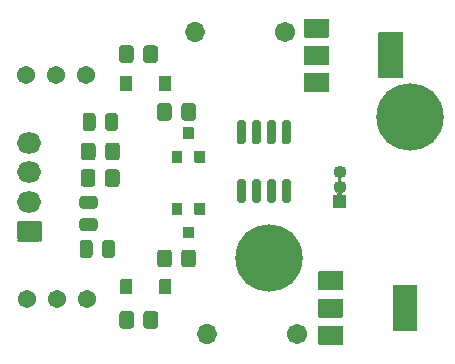
<source format=gbr>
%TF.GenerationSoftware,KiCad,Pcbnew,(5.1.7)-1*%
%TF.CreationDate,2021-02-26T19:53:25+00:00*%
%TF.ProjectId,Line-Generator-V2,4c696e65-2d47-4656-9e65-7261746f722d,rev?*%
%TF.SameCoordinates,Original*%
%TF.FileFunction,Soldermask,Top*%
%TF.FilePolarity,Negative*%
%FSLAX46Y46*%
G04 Gerber Fmt 4.6, Leading zero omitted, Abs format (unit mm)*
G04 Created by KiCad (PCBNEW (5.1.7)-1) date 2021-02-26 19:53:25*
%MOMM*%
%LPD*%
G01*
G04 APERTURE LIST*
%ADD10C,1.542000*%
%ADD11O,1.102000X1.102000*%
%ADD12O,2.052000X1.802000*%
%ADD13C,1.702000*%
%ADD14O,1.702000X1.702000*%
%ADD15C,5.702000*%
%ADD16C,0.100000*%
G04 APERTURE END LIST*
D10*
%TO.C,RV2*%
X69500000Y-60250000D03*
X72040000Y-60250000D03*
X74580000Y-60250000D03*
%TD*%
%TO.C,RV1*%
X74500000Y-41250000D03*
X71960000Y-41250000D03*
X69420000Y-41250000D03*
%TD*%
%TO.C,C1*%
G36*
G01*
X75250500Y-54501000D02*
X74249500Y-54501000D01*
G75*
G02*
X73974000Y-54225500I0J275500D01*
G01*
X73974000Y-53674500D01*
G75*
G02*
X74249500Y-53399000I275500J0D01*
G01*
X75250500Y-53399000D01*
G75*
G02*
X75526000Y-53674500I0J-275500D01*
G01*
X75526000Y-54225500D01*
G75*
G02*
X75250500Y-54501000I-275500J0D01*
G01*
G37*
G36*
G01*
X75250500Y-52601000D02*
X74249500Y-52601000D01*
G75*
G02*
X73974000Y-52325500I0J275500D01*
G01*
X73974000Y-51774500D01*
G75*
G02*
X74249500Y-51499000I275500J0D01*
G01*
X75250500Y-51499000D01*
G75*
G02*
X75526000Y-51774500I0J-275500D01*
G01*
X75526000Y-52325500D01*
G75*
G02*
X75250500Y-52601000I-275500J0D01*
G01*
G37*
%TD*%
%TO.C,C2*%
G36*
G01*
X76149000Y-45750500D02*
X76149000Y-44749500D01*
G75*
G02*
X76424500Y-44474000I275500J0D01*
G01*
X76975500Y-44474000D01*
G75*
G02*
X77251000Y-44749500I0J-275500D01*
G01*
X77251000Y-45750500D01*
G75*
G02*
X76975500Y-46026000I-275500J0D01*
G01*
X76424500Y-46026000D01*
G75*
G02*
X76149000Y-45750500I0J275500D01*
G01*
G37*
G36*
G01*
X74249000Y-45750500D02*
X74249000Y-44749500D01*
G75*
G02*
X74524500Y-44474000I275500J0D01*
G01*
X75075500Y-44474000D01*
G75*
G02*
X75351000Y-44749500I0J-275500D01*
G01*
X75351000Y-45750500D01*
G75*
G02*
X75075500Y-46026000I-275500J0D01*
G01*
X74524500Y-46026000D01*
G75*
G02*
X74249000Y-45750500I0J275500D01*
G01*
G37*
%TD*%
%TO.C,C3*%
G36*
G01*
X77001000Y-55499500D02*
X77001000Y-56500500D01*
G75*
G02*
X76725500Y-56776000I-275500J0D01*
G01*
X76174500Y-56776000D01*
G75*
G02*
X75899000Y-56500500I0J275500D01*
G01*
X75899000Y-55499500D01*
G75*
G02*
X76174500Y-55224000I275500J0D01*
G01*
X76725500Y-55224000D01*
G75*
G02*
X77001000Y-55499500I0J-275500D01*
G01*
G37*
G36*
G01*
X75101000Y-55499500D02*
X75101000Y-56500500D01*
G75*
G02*
X74825500Y-56776000I-275500J0D01*
G01*
X74274500Y-56776000D01*
G75*
G02*
X73999000Y-56500500I0J275500D01*
G01*
X73999000Y-55499500D01*
G75*
G02*
X74274500Y-55224000I275500J0D01*
G01*
X74825500Y-55224000D01*
G75*
G02*
X75101000Y-55499500I0J-275500D01*
G01*
G37*
%TD*%
%TO.C,D1*%
G36*
G01*
X77449000Y-42600000D02*
X77449000Y-41400000D01*
G75*
G02*
X77500000Y-41349000I51000J0D01*
G01*
X78400000Y-41349000D01*
G75*
G02*
X78451000Y-41400000I0J-51000D01*
G01*
X78451000Y-42600000D01*
G75*
G02*
X78400000Y-42651000I-51000J0D01*
G01*
X77500000Y-42651000D01*
G75*
G02*
X77449000Y-42600000I0J51000D01*
G01*
G37*
G36*
G01*
X80749000Y-42600000D02*
X80749000Y-41400000D01*
G75*
G02*
X80800000Y-41349000I51000J0D01*
G01*
X81700000Y-41349000D01*
G75*
G02*
X81751000Y-41400000I0J-51000D01*
G01*
X81751000Y-42600000D01*
G75*
G02*
X81700000Y-42651000I-51000J0D01*
G01*
X80800000Y-42651000D01*
G75*
G02*
X80749000Y-42600000I0J51000D01*
G01*
G37*
%TD*%
%TO.C,D2*%
G36*
G01*
X95449000Y-52500000D02*
X95449000Y-51500000D01*
G75*
G02*
X95500000Y-51449000I51000J0D01*
G01*
X96500000Y-51449000D01*
G75*
G02*
X96551000Y-51500000I0J-51000D01*
G01*
X96551000Y-52500000D01*
G75*
G02*
X96500000Y-52551000I-51000J0D01*
G01*
X95500000Y-52551000D01*
G75*
G02*
X95449000Y-52500000I0J51000D01*
G01*
G37*
D11*
X96000000Y-50730000D03*
X96000000Y-49460000D03*
%TD*%
%TO.C,D3*%
G36*
G01*
X80749000Y-59800000D02*
X80749000Y-58600000D01*
G75*
G02*
X80800000Y-58549000I51000J0D01*
G01*
X81700000Y-58549000D01*
G75*
G02*
X81751000Y-58600000I0J-51000D01*
G01*
X81751000Y-59800000D01*
G75*
G02*
X81700000Y-59851000I-51000J0D01*
G01*
X80800000Y-59851000D01*
G75*
G02*
X80749000Y-59800000I0J51000D01*
G01*
G37*
G36*
G01*
X77449000Y-59800000D02*
X77449000Y-58600000D01*
G75*
G02*
X77500000Y-58549000I51000J0D01*
G01*
X78400000Y-58549000D01*
G75*
G02*
X78451000Y-58600000I0J-51000D01*
G01*
X78451000Y-59800000D01*
G75*
G02*
X78400000Y-59851000I-51000J0D01*
G01*
X77500000Y-59851000D01*
G75*
G02*
X77449000Y-59800000I0J51000D01*
G01*
G37*
%TD*%
%TO.C,J1*%
G36*
G01*
X70511000Y-55401000D02*
X68989000Y-55401000D01*
G75*
G02*
X68724000Y-55136000I0J265000D01*
G01*
X68724000Y-53864000D01*
G75*
G02*
X68989000Y-53599000I265000J0D01*
G01*
X70511000Y-53599000D01*
G75*
G02*
X70776000Y-53864000I0J-265000D01*
G01*
X70776000Y-55136000D01*
G75*
G02*
X70511000Y-55401000I-265000J0D01*
G01*
G37*
D12*
X69750000Y-52000000D03*
X69750000Y-49500000D03*
X69750000Y-47000000D03*
%TD*%
%TO.C,Q1*%
G36*
G01*
X83600000Y-46701000D02*
X82800000Y-46701000D01*
G75*
G02*
X82749000Y-46650000I0J51000D01*
G01*
X82749000Y-45750000D01*
G75*
G02*
X82800000Y-45699000I51000J0D01*
G01*
X83600000Y-45699000D01*
G75*
G02*
X83651000Y-45750000I0J-51000D01*
G01*
X83651000Y-46650000D01*
G75*
G02*
X83600000Y-46701000I-51000J0D01*
G01*
G37*
G36*
G01*
X84550000Y-48701000D02*
X83750000Y-48701000D01*
G75*
G02*
X83699000Y-48650000I0J51000D01*
G01*
X83699000Y-47750000D01*
G75*
G02*
X83750000Y-47699000I51000J0D01*
G01*
X84550000Y-47699000D01*
G75*
G02*
X84601000Y-47750000I0J-51000D01*
G01*
X84601000Y-48650000D01*
G75*
G02*
X84550000Y-48701000I-51000J0D01*
G01*
G37*
G36*
G01*
X82650000Y-48701000D02*
X81850000Y-48701000D01*
G75*
G02*
X81799000Y-48650000I0J51000D01*
G01*
X81799000Y-47750000D01*
G75*
G02*
X81850000Y-47699000I51000J0D01*
G01*
X82650000Y-47699000D01*
G75*
G02*
X82701000Y-47750000I0J-51000D01*
G01*
X82701000Y-48650000D01*
G75*
G02*
X82650000Y-48701000I-51000J0D01*
G01*
G37*
%TD*%
%TO.C,Q2*%
G36*
G01*
X92999000Y-38050000D02*
X92999000Y-36550000D01*
G75*
G02*
X93050000Y-36499000I51000J0D01*
G01*
X95050000Y-36499000D01*
G75*
G02*
X95101000Y-36550000I0J-51000D01*
G01*
X95101000Y-38050000D01*
G75*
G02*
X95050000Y-38101000I-51000J0D01*
G01*
X93050000Y-38101000D01*
G75*
G02*
X92999000Y-38050000I0J51000D01*
G01*
G37*
G36*
G01*
X92999000Y-42650000D02*
X92999000Y-41150000D01*
G75*
G02*
X93050000Y-41099000I51000J0D01*
G01*
X95050000Y-41099000D01*
G75*
G02*
X95101000Y-41150000I0J-51000D01*
G01*
X95101000Y-42650000D01*
G75*
G02*
X95050000Y-42701000I-51000J0D01*
G01*
X93050000Y-42701000D01*
G75*
G02*
X92999000Y-42650000I0J51000D01*
G01*
G37*
G36*
G01*
X92999000Y-40350000D02*
X92999000Y-38850000D01*
G75*
G02*
X93050000Y-38799000I51000J0D01*
G01*
X95050000Y-38799000D01*
G75*
G02*
X95101000Y-38850000I0J-51000D01*
G01*
X95101000Y-40350000D01*
G75*
G02*
X95050000Y-40401000I-51000J0D01*
G01*
X93050000Y-40401000D01*
G75*
G02*
X92999000Y-40350000I0J51000D01*
G01*
G37*
G36*
G01*
X99299000Y-41500000D02*
X99299000Y-37700000D01*
G75*
G02*
X99350000Y-37649000I51000J0D01*
G01*
X101350000Y-37649000D01*
G75*
G02*
X101401000Y-37700000I0J-51000D01*
G01*
X101401000Y-41500000D01*
G75*
G02*
X101350000Y-41551000I-51000J0D01*
G01*
X99350000Y-41551000D01*
G75*
G02*
X99299000Y-41500000I0J51000D01*
G01*
G37*
%TD*%
%TO.C,Q3*%
G36*
G01*
X100499000Y-62900000D02*
X100499000Y-59100000D01*
G75*
G02*
X100550000Y-59049000I51000J0D01*
G01*
X102550000Y-59049000D01*
G75*
G02*
X102601000Y-59100000I0J-51000D01*
G01*
X102601000Y-62900000D01*
G75*
G02*
X102550000Y-62951000I-51000J0D01*
G01*
X100550000Y-62951000D01*
G75*
G02*
X100499000Y-62900000I0J51000D01*
G01*
G37*
G36*
G01*
X94199000Y-61750000D02*
X94199000Y-60250000D01*
G75*
G02*
X94250000Y-60199000I51000J0D01*
G01*
X96250000Y-60199000D01*
G75*
G02*
X96301000Y-60250000I0J-51000D01*
G01*
X96301000Y-61750000D01*
G75*
G02*
X96250000Y-61801000I-51000J0D01*
G01*
X94250000Y-61801000D01*
G75*
G02*
X94199000Y-61750000I0J51000D01*
G01*
G37*
G36*
G01*
X94199000Y-64050000D02*
X94199000Y-62550000D01*
G75*
G02*
X94250000Y-62499000I51000J0D01*
G01*
X96250000Y-62499000D01*
G75*
G02*
X96301000Y-62550000I0J-51000D01*
G01*
X96301000Y-64050000D01*
G75*
G02*
X96250000Y-64101000I-51000J0D01*
G01*
X94250000Y-64101000D01*
G75*
G02*
X94199000Y-64050000I0J51000D01*
G01*
G37*
G36*
G01*
X94199000Y-59450000D02*
X94199000Y-57950000D01*
G75*
G02*
X94250000Y-57899000I51000J0D01*
G01*
X96250000Y-57899000D01*
G75*
G02*
X96301000Y-57950000I0J-51000D01*
G01*
X96301000Y-59450000D01*
G75*
G02*
X96250000Y-59501000I-51000J0D01*
G01*
X94250000Y-59501000D01*
G75*
G02*
X94199000Y-59450000I0J51000D01*
G01*
G37*
%TD*%
%TO.C,Q4*%
G36*
G01*
X83750000Y-52099000D02*
X84550000Y-52099000D01*
G75*
G02*
X84601000Y-52150000I0J-51000D01*
G01*
X84601000Y-53050000D01*
G75*
G02*
X84550000Y-53101000I-51000J0D01*
G01*
X83750000Y-53101000D01*
G75*
G02*
X83699000Y-53050000I0J51000D01*
G01*
X83699000Y-52150000D01*
G75*
G02*
X83750000Y-52099000I51000J0D01*
G01*
G37*
G36*
G01*
X81850000Y-52099000D02*
X82650000Y-52099000D01*
G75*
G02*
X82701000Y-52150000I0J-51000D01*
G01*
X82701000Y-53050000D01*
G75*
G02*
X82650000Y-53101000I-51000J0D01*
G01*
X81850000Y-53101000D01*
G75*
G02*
X81799000Y-53050000I0J51000D01*
G01*
X81799000Y-52150000D01*
G75*
G02*
X81850000Y-52099000I51000J0D01*
G01*
G37*
G36*
G01*
X82800000Y-54099000D02*
X83600000Y-54099000D01*
G75*
G02*
X83651000Y-54150000I0J-51000D01*
G01*
X83651000Y-55050000D01*
G75*
G02*
X83600000Y-55101000I-51000J0D01*
G01*
X82800000Y-55101000D01*
G75*
G02*
X82749000Y-55050000I0J51000D01*
G01*
X82749000Y-54150000D01*
G75*
G02*
X82800000Y-54099000I51000J0D01*
G01*
G37*
%TD*%
%TO.C,R1*%
G36*
G01*
X77376000Y-49521172D02*
X77376000Y-50478828D01*
G75*
G02*
X77103828Y-50751000I-272172J0D01*
G01*
X76396172Y-50751000D01*
G75*
G02*
X76124000Y-50478828I0J272172D01*
G01*
X76124000Y-49521172D01*
G75*
G02*
X76396172Y-49249000I272172J0D01*
G01*
X77103828Y-49249000D01*
G75*
G02*
X77376000Y-49521172I0J-272172D01*
G01*
G37*
G36*
G01*
X75326000Y-49521172D02*
X75326000Y-50478828D01*
G75*
G02*
X75053828Y-50751000I-272172J0D01*
G01*
X74346172Y-50751000D01*
G75*
G02*
X74074000Y-50478828I0J272172D01*
G01*
X74074000Y-49521172D01*
G75*
G02*
X74346172Y-49249000I272172J0D01*
G01*
X75053828Y-49249000D01*
G75*
G02*
X75326000Y-49521172I0J-272172D01*
G01*
G37*
%TD*%
%TO.C,R2*%
G36*
G01*
X79374000Y-39978828D02*
X79374000Y-39021172D01*
G75*
G02*
X79646172Y-38749000I272172J0D01*
G01*
X80353828Y-38749000D01*
G75*
G02*
X80626000Y-39021172I0J-272172D01*
G01*
X80626000Y-39978828D01*
G75*
G02*
X80353828Y-40251000I-272172J0D01*
G01*
X79646172Y-40251000D01*
G75*
G02*
X79374000Y-39978828I0J272172D01*
G01*
G37*
G36*
G01*
X77324000Y-39978828D02*
X77324000Y-39021172D01*
G75*
G02*
X77596172Y-38749000I272172J0D01*
G01*
X78303828Y-38749000D01*
G75*
G02*
X78576000Y-39021172I0J-272172D01*
G01*
X78576000Y-39978828D01*
G75*
G02*
X78303828Y-40251000I-272172J0D01*
G01*
X77596172Y-40251000D01*
G75*
G02*
X77324000Y-39978828I0J272172D01*
G01*
G37*
%TD*%
%TO.C,R3*%
G36*
G01*
X82599000Y-44878828D02*
X82599000Y-43921172D01*
G75*
G02*
X82871172Y-43649000I272172J0D01*
G01*
X83578828Y-43649000D01*
G75*
G02*
X83851000Y-43921172I0J-272172D01*
G01*
X83851000Y-44878828D01*
G75*
G02*
X83578828Y-45151000I-272172J0D01*
G01*
X82871172Y-45151000D01*
G75*
G02*
X82599000Y-44878828I0J272172D01*
G01*
G37*
G36*
G01*
X80549000Y-44878828D02*
X80549000Y-43921172D01*
G75*
G02*
X80821172Y-43649000I272172J0D01*
G01*
X81528828Y-43649000D01*
G75*
G02*
X81801000Y-43921172I0J-272172D01*
G01*
X81801000Y-44878828D01*
G75*
G02*
X81528828Y-45151000I-272172J0D01*
G01*
X80821172Y-45151000D01*
G75*
G02*
X80549000Y-44878828I0J272172D01*
G01*
G37*
%TD*%
D13*
%TO.C,R4*%
X91400000Y-37600000D03*
D14*
X83780000Y-37600000D03*
%TD*%
%TO.C,R5*%
X84780000Y-63200000D03*
D13*
X92400000Y-63200000D03*
%TD*%
%TO.C,R6*%
G36*
G01*
X79399000Y-62478828D02*
X79399000Y-61521172D01*
G75*
G02*
X79671172Y-61249000I272172J0D01*
G01*
X80378828Y-61249000D01*
G75*
G02*
X80651000Y-61521172I0J-272172D01*
G01*
X80651000Y-62478828D01*
G75*
G02*
X80378828Y-62751000I-272172J0D01*
G01*
X79671172Y-62751000D01*
G75*
G02*
X79399000Y-62478828I0J272172D01*
G01*
G37*
G36*
G01*
X77349000Y-62478828D02*
X77349000Y-61521172D01*
G75*
G02*
X77621172Y-61249000I272172J0D01*
G01*
X78328828Y-61249000D01*
G75*
G02*
X78601000Y-61521172I0J-272172D01*
G01*
X78601000Y-62478828D01*
G75*
G02*
X78328828Y-62751000I-272172J0D01*
G01*
X77621172Y-62751000D01*
G75*
G02*
X77349000Y-62478828I0J272172D01*
G01*
G37*
%TD*%
%TO.C,R7*%
G36*
G01*
X80549000Y-57278828D02*
X80549000Y-56321172D01*
G75*
G02*
X80821172Y-56049000I272172J0D01*
G01*
X81528828Y-56049000D01*
G75*
G02*
X81801000Y-56321172I0J-272172D01*
G01*
X81801000Y-57278828D01*
G75*
G02*
X81528828Y-57551000I-272172J0D01*
G01*
X80821172Y-57551000D01*
G75*
G02*
X80549000Y-57278828I0J272172D01*
G01*
G37*
G36*
G01*
X82599000Y-57278828D02*
X82599000Y-56321172D01*
G75*
G02*
X82871172Y-56049000I272172J0D01*
G01*
X83578828Y-56049000D01*
G75*
G02*
X83851000Y-56321172I0J-272172D01*
G01*
X83851000Y-57278828D01*
G75*
G02*
X83578828Y-57551000I-272172J0D01*
G01*
X82871172Y-57551000D01*
G75*
G02*
X82599000Y-57278828I0J272172D01*
G01*
G37*
%TD*%
%TO.C,R8*%
G36*
G01*
X77401000Y-47271172D02*
X77401000Y-48228828D01*
G75*
G02*
X77128828Y-48501000I-272172J0D01*
G01*
X76421172Y-48501000D01*
G75*
G02*
X76149000Y-48228828I0J272172D01*
G01*
X76149000Y-47271172D01*
G75*
G02*
X76421172Y-46999000I272172J0D01*
G01*
X77128828Y-46999000D01*
G75*
G02*
X77401000Y-47271172I0J-272172D01*
G01*
G37*
G36*
G01*
X75351000Y-47271172D02*
X75351000Y-48228828D01*
G75*
G02*
X75078828Y-48501000I-272172J0D01*
G01*
X74371172Y-48501000D01*
G75*
G02*
X74099000Y-48228828I0J272172D01*
G01*
X74099000Y-47271172D01*
G75*
G02*
X74371172Y-46999000I272172J0D01*
G01*
X75078828Y-46999000D01*
G75*
G02*
X75351000Y-47271172I0J-272172D01*
G01*
G37*
%TD*%
%TO.C,U1*%
G36*
G01*
X91329500Y-45099000D02*
X91680500Y-45099000D01*
G75*
G02*
X91856000Y-45274500I0J-175500D01*
G01*
X91856000Y-46975500D01*
G75*
G02*
X91680500Y-47151000I-175500J0D01*
G01*
X91329500Y-47151000D01*
G75*
G02*
X91154000Y-46975500I0J175500D01*
G01*
X91154000Y-45274500D01*
G75*
G02*
X91329500Y-45099000I175500J0D01*
G01*
G37*
G36*
G01*
X90059500Y-45099000D02*
X90410500Y-45099000D01*
G75*
G02*
X90586000Y-45274500I0J-175500D01*
G01*
X90586000Y-46975500D01*
G75*
G02*
X90410500Y-47151000I-175500J0D01*
G01*
X90059500Y-47151000D01*
G75*
G02*
X89884000Y-46975500I0J175500D01*
G01*
X89884000Y-45274500D01*
G75*
G02*
X90059500Y-45099000I175500J0D01*
G01*
G37*
G36*
G01*
X88789500Y-45099000D02*
X89140500Y-45099000D01*
G75*
G02*
X89316000Y-45274500I0J-175500D01*
G01*
X89316000Y-46975500D01*
G75*
G02*
X89140500Y-47151000I-175500J0D01*
G01*
X88789500Y-47151000D01*
G75*
G02*
X88614000Y-46975500I0J175500D01*
G01*
X88614000Y-45274500D01*
G75*
G02*
X88789500Y-45099000I175500J0D01*
G01*
G37*
G36*
G01*
X87519500Y-45099000D02*
X87870500Y-45099000D01*
G75*
G02*
X88046000Y-45274500I0J-175500D01*
G01*
X88046000Y-46975500D01*
G75*
G02*
X87870500Y-47151000I-175500J0D01*
G01*
X87519500Y-47151000D01*
G75*
G02*
X87344000Y-46975500I0J175500D01*
G01*
X87344000Y-45274500D01*
G75*
G02*
X87519500Y-45099000I175500J0D01*
G01*
G37*
G36*
G01*
X87519500Y-50049000D02*
X87870500Y-50049000D01*
G75*
G02*
X88046000Y-50224500I0J-175500D01*
G01*
X88046000Y-51925500D01*
G75*
G02*
X87870500Y-52101000I-175500J0D01*
G01*
X87519500Y-52101000D01*
G75*
G02*
X87344000Y-51925500I0J175500D01*
G01*
X87344000Y-50224500D01*
G75*
G02*
X87519500Y-50049000I175500J0D01*
G01*
G37*
G36*
G01*
X88789500Y-50049000D02*
X89140500Y-50049000D01*
G75*
G02*
X89316000Y-50224500I0J-175500D01*
G01*
X89316000Y-51925500D01*
G75*
G02*
X89140500Y-52101000I-175500J0D01*
G01*
X88789500Y-52101000D01*
G75*
G02*
X88614000Y-51925500I0J175500D01*
G01*
X88614000Y-50224500D01*
G75*
G02*
X88789500Y-50049000I175500J0D01*
G01*
G37*
G36*
G01*
X90059500Y-50049000D02*
X90410500Y-50049000D01*
G75*
G02*
X90586000Y-50224500I0J-175500D01*
G01*
X90586000Y-51925500D01*
G75*
G02*
X90410500Y-52101000I-175500J0D01*
G01*
X90059500Y-52101000D01*
G75*
G02*
X89884000Y-51925500I0J175500D01*
G01*
X89884000Y-50224500D01*
G75*
G02*
X90059500Y-50049000I175500J0D01*
G01*
G37*
G36*
G01*
X91329500Y-50049000D02*
X91680500Y-50049000D01*
G75*
G02*
X91856000Y-50224500I0J-175500D01*
G01*
X91856000Y-51925500D01*
G75*
G02*
X91680500Y-52101000I-175500J0D01*
G01*
X91329500Y-52101000D01*
G75*
G02*
X91154000Y-51925500I0J175500D01*
G01*
X91154000Y-50224500D01*
G75*
G02*
X91329500Y-50049000I175500J0D01*
G01*
G37*
%TD*%
D15*
%TO.C,H1*%
X102000000Y-44800000D03*
%TD*%
%TO.C,H4*%
X90000000Y-56800000D03*
%TD*%
D16*
G36*
X68725990Y-55135804D02*
G01*
X68731062Y-55187304D01*
X68746029Y-55236642D01*
X68770332Y-55282110D01*
X68803038Y-55321962D01*
X68842890Y-55354668D01*
X68888358Y-55378971D01*
X68937696Y-55393938D01*
X68989196Y-55399010D01*
X68990822Y-55400175D01*
X68990626Y-55402165D01*
X68989000Y-55403000D01*
X68906903Y-55403000D01*
X68906707Y-55402990D01*
X68866204Y-55399001D01*
X68865819Y-55398925D01*
X68832767Y-55388899D01*
X68832405Y-55388749D01*
X68801954Y-55372472D01*
X68801628Y-55372254D01*
X68774932Y-55350345D01*
X68774655Y-55350068D01*
X68752746Y-55323372D01*
X68752528Y-55323046D01*
X68736251Y-55292595D01*
X68736101Y-55292233D01*
X68726075Y-55259181D01*
X68725999Y-55258796D01*
X68722010Y-55218293D01*
X68722000Y-55218097D01*
X68722000Y-55136000D01*
X68723000Y-55134268D01*
X68725000Y-55134268D01*
X68725990Y-55135804D01*
G37*
G36*
X70777165Y-55134374D02*
G01*
X70778000Y-55136000D01*
X70778000Y-55218097D01*
X70777990Y-55218293D01*
X70774001Y-55258796D01*
X70773925Y-55259181D01*
X70763899Y-55292233D01*
X70763749Y-55292595D01*
X70747472Y-55323046D01*
X70747254Y-55323372D01*
X70725345Y-55350068D01*
X70725068Y-55350345D01*
X70698372Y-55372254D01*
X70698046Y-55372472D01*
X70667595Y-55388749D01*
X70667233Y-55388899D01*
X70634181Y-55398925D01*
X70633796Y-55399001D01*
X70593293Y-55402990D01*
X70593097Y-55403000D01*
X70511000Y-55403000D01*
X70509268Y-55402000D01*
X70509268Y-55400000D01*
X70510804Y-55399010D01*
X70562304Y-55393938D01*
X70611642Y-55378971D01*
X70657110Y-55354668D01*
X70696962Y-55321962D01*
X70729668Y-55282110D01*
X70753971Y-55236642D01*
X70768938Y-55187304D01*
X70774010Y-55135804D01*
X70775175Y-55134178D01*
X70777165Y-55134374D01*
G37*
G36*
X68990732Y-53598000D02*
G01*
X68990732Y-53600000D01*
X68989196Y-53600990D01*
X68937696Y-53606062D01*
X68888358Y-53621029D01*
X68842890Y-53645332D01*
X68803038Y-53678038D01*
X68770332Y-53717890D01*
X68746029Y-53763358D01*
X68731062Y-53812696D01*
X68725990Y-53864196D01*
X68724825Y-53865822D01*
X68722835Y-53865626D01*
X68722000Y-53864000D01*
X68722000Y-53781903D01*
X68722010Y-53781707D01*
X68725999Y-53741204D01*
X68726075Y-53740819D01*
X68736101Y-53707767D01*
X68736251Y-53707405D01*
X68752528Y-53676954D01*
X68752746Y-53676628D01*
X68774655Y-53649932D01*
X68774932Y-53649655D01*
X68801628Y-53627746D01*
X68801954Y-53627528D01*
X68832405Y-53611251D01*
X68832767Y-53611101D01*
X68865819Y-53601075D01*
X68866204Y-53600999D01*
X68906707Y-53597010D01*
X68906903Y-53597000D01*
X68989000Y-53597000D01*
X68990732Y-53598000D01*
G37*
G36*
X70593293Y-53597010D02*
G01*
X70633796Y-53600999D01*
X70634181Y-53601075D01*
X70667233Y-53611101D01*
X70667595Y-53611251D01*
X70698046Y-53627528D01*
X70698372Y-53627746D01*
X70725068Y-53649655D01*
X70725345Y-53649932D01*
X70747254Y-53676628D01*
X70747472Y-53676954D01*
X70763749Y-53707405D01*
X70763899Y-53707767D01*
X70773925Y-53740819D01*
X70774001Y-53741204D01*
X70777990Y-53781707D01*
X70778000Y-53781903D01*
X70778000Y-53864000D01*
X70777000Y-53865732D01*
X70775000Y-53865732D01*
X70774010Y-53864196D01*
X70768938Y-53812696D01*
X70753971Y-53763358D01*
X70729668Y-53717890D01*
X70696962Y-53678038D01*
X70657110Y-53645332D01*
X70611642Y-53621029D01*
X70562304Y-53606062D01*
X70510804Y-53600990D01*
X70509178Y-53599825D01*
X70509374Y-53597835D01*
X70511000Y-53597000D01*
X70593097Y-53597000D01*
X70593293Y-53597010D01*
G37*
G36*
X96258105Y-51215534D02*
G01*
X96258870Y-51217382D01*
X96257998Y-51218784D01*
X96253670Y-51221676D01*
X96234955Y-51237035D01*
X96219660Y-51255672D01*
X96208295Y-51276935D01*
X96201295Y-51300010D01*
X96198932Y-51324001D01*
X96201295Y-51347993D01*
X96208295Y-51371068D01*
X96219660Y-51392331D01*
X96234956Y-51410968D01*
X96253593Y-51426263D01*
X96274856Y-51437628D01*
X96297931Y-51444628D01*
X96322118Y-51447010D01*
X96323744Y-51448175D01*
X96323548Y-51450165D01*
X96321922Y-51451000D01*
X95678078Y-51451000D01*
X95676346Y-51450000D01*
X95676346Y-51448000D01*
X95677882Y-51447010D01*
X95702069Y-51444628D01*
X95725144Y-51437628D01*
X95746408Y-51426263D01*
X95765045Y-51410968D01*
X95780340Y-51392331D01*
X95791705Y-51371067D01*
X95798705Y-51347992D01*
X95801068Y-51324001D01*
X95798705Y-51300010D01*
X95791705Y-51276935D01*
X95780340Y-51255671D01*
X95765045Y-51237034D01*
X95746330Y-51221676D01*
X95742002Y-51218784D01*
X95741117Y-51216990D01*
X95742228Y-51215327D01*
X95743878Y-51215273D01*
X95840635Y-51255350D01*
X95946192Y-51276347D01*
X96053808Y-51276347D01*
X96159365Y-51255350D01*
X96256122Y-51215273D01*
X96258105Y-51215534D01*
G37*
G36*
X96172906Y-49980824D02*
G01*
X96173671Y-49982672D01*
X96172631Y-49984175D01*
X96156609Y-49992738D01*
X96137972Y-50008033D01*
X96122677Y-50026670D01*
X96111312Y-50047934D01*
X96104312Y-50071009D01*
X96101949Y-50095000D01*
X96104312Y-50118991D01*
X96111312Y-50142066D01*
X96122677Y-50163330D01*
X96137972Y-50181967D01*
X96156609Y-50197262D01*
X96172631Y-50205825D01*
X96173687Y-50207524D01*
X96172744Y-50209287D01*
X96170923Y-50209437D01*
X96159365Y-50204650D01*
X96053808Y-50183653D01*
X95946192Y-50183653D01*
X95840635Y-50204650D01*
X95829077Y-50209437D01*
X95827094Y-50209176D01*
X95826329Y-50207328D01*
X95827369Y-50205825D01*
X95843391Y-50197262D01*
X95862028Y-50181967D01*
X95877323Y-50163330D01*
X95888688Y-50142066D01*
X95895688Y-50118991D01*
X95898051Y-50095000D01*
X95895688Y-50071009D01*
X95888688Y-50047934D01*
X95877323Y-50026670D01*
X95862028Y-50008033D01*
X95843391Y-49992738D01*
X95827369Y-49984175D01*
X95826313Y-49982476D01*
X95827256Y-49980713D01*
X95829077Y-49980563D01*
X95840635Y-49985350D01*
X95946192Y-50006347D01*
X96053808Y-50006347D01*
X96159365Y-49985350D01*
X96170923Y-49980563D01*
X96172906Y-49980824D01*
G37*
M02*

</source>
